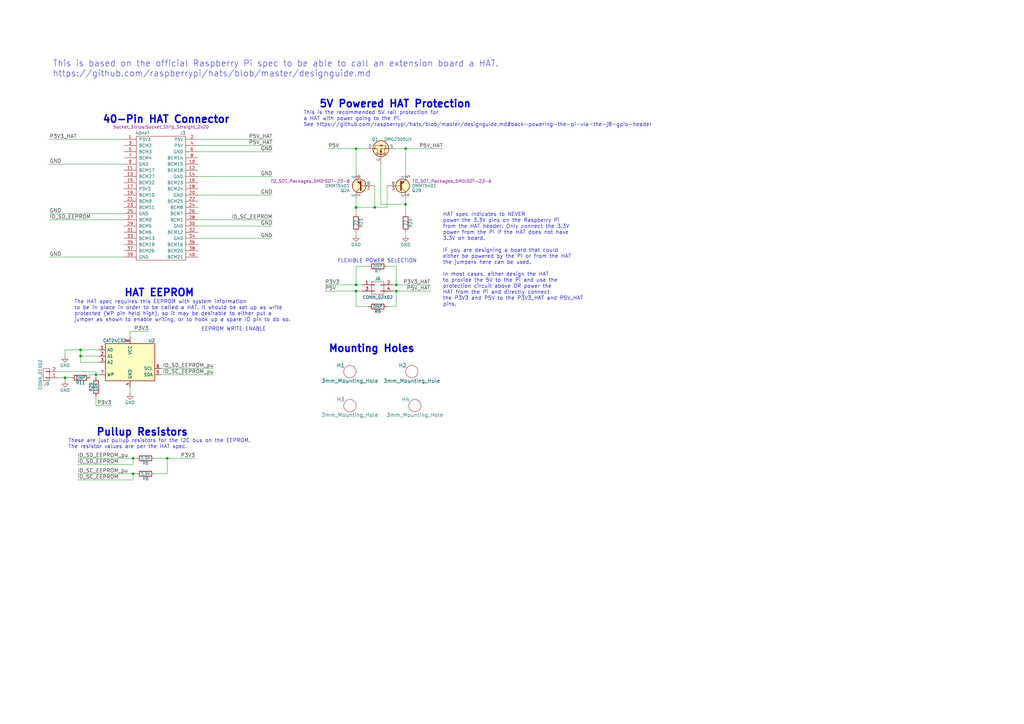
<source format=kicad_sch>
(kicad_sch (version 20230121) (generator eeschema)
  (paper "A3")
  (title_block (title "Raspberry Pi HAT") (rev "A"))
  (lib_symbols
    (symbol "raspberrrypi_hat-rescue:3mm_Mounting_Hole" (pin_numbers hide) (pin_names (offset 1.016) hide)
      (property "Reference" "H" (at -3.81 2.54 0))
      (property "Value" "3mm_Mounting_Hole" (at 0 -3.81 0))
      (symbol "3mm_Mounting_Hole_0_1"
        (circle (center 0 0) (radius 2.54))
      )
    )
    (symbol "raspberrrypi_hat-rescue:CONN_01X02" (pin_names (offset 1.016) hide)
      (property "Reference" "P" (at 0 3.81 0))
      (property "Value" "CONN_01X02" (at 2.54 0 90))
      (symbol "CONN_01X02_0_1"
        (rectangle (start -1.27 -1.143) (end 0.254 -1.397))
        (rectangle (start -1.27 1.397) (end 0.254 1.143))
        (rectangle (start -1.27 2.54) (end 1.27 -2.54))
      )
      (symbol "CONN_01X02_1_1"
        (pin passive line (at -5.08 1.27 0) (length 3.81) (name "P1") (number "1"))
        (pin passive line (at -5.08 -1.27 0) (length 3.81) (name "P2") (number "2"))
      )
    )
    (symbol "raspberrrypi_hat-rescue:CONN_02X02" (pin_names (offset 0.0254) hide)
      (property "Reference" "P" (at 0 3.81 0))
      (property "Value" "CONN_02X02" (at 0 -3.81 0))
      (symbol "CONN_02X02_0_1"
        (rectangle (start -2.54 -1.143) (end -1.27 -1.397))
        (rectangle (start -2.54 1.397) (end -1.27 1.143))
        (rectangle (start -2.54 2.54) (end 2.54 -2.54))
        (rectangle (start 1.27 -1.143) (end 2.54 -1.397))
        (rectangle (start 1.27 1.397) (end 2.54 1.143))
      )
      (symbol "CONN_02X02_1_1"
        (pin passive line (at -6.35 1.27 0) (length 3.81) (name "P1") (number "1"))
        (pin passive line (at 6.35 1.27 180) (length 3.81) (name "P2") (number "2"))
        (pin passive line (at -6.35 -1.27 0) (length 3.81) (name "P3") (number "3"))
        (pin passive line (at 6.35 -1.27 180) (length 3.81) (name "P4") (number "4"))
      )
    )
    (symbol "raspberrrypi_hat-rescue:GND" (power) (pin_names (offset 0))
      (property "Value" "GND" (at 0 -3.81 0))
      (symbol "GND_0_1"
        (polyline (pts (xy 0 0) (xy 0 -1.27) (xy 1.27 -1.27) (xy 0 -2.54) (xy -1.27 -1.27) (xy 0 -1.27)))
      )
      (symbol "GND_1_1"
        (pin power_in line (at 0 0 270) (length 0) hide (name "GND") (number "1"))
      )
    )
    (symbol "raspberrrypi_hat-rescue:OX40HAT" (pin_names (offset 1.016))
      (property "Reference" "J" (at 8.89 2.54 0))
      (property "Value" "OX40HAT" (at -7.62 2.54 0))
      (property "Footprint" "OX40_Module_Header" (at 0 5.08 0))
      (symbol "OX40HAT_0_1"
        (rectangle (start -10.16 1.27) (end 10.16 -49.53))
      )
      (symbol "OX40HAT_1_1"
        (pin bidirectional line (at -15.24 0 0) (length 5.08) (name "P3V3") (number "1"))
        (pin bidirectional line (at 15.24 -10.16 180) (length 5.08) (name "BCM15") (number "10"))
        (pin bidirectional line (at -15.24 -12.7 0) (length 5.08) (name "BCM17") (number "11"))
        (pin bidirectional line (at 15.24 -12.7 180) (length 5.08) (name "BCM18") (number "12"))
        (pin bidirectional line (at -15.24 -15.24 0) (length 5.08) (name "BCM27") (number "13"))
        (pin bidirectional line (at 15.24 -15.24 180) (length 5.08) (name "GND") (number "14"))
        (pin bidirectional line (at -15.24 -17.78 0) (length 5.08) (name "BCM22") (number "15"))
        (pin bidirectional line (at 15.24 -17.78 180) (length 5.08) (name "BCM23") (number "16"))
        (pin bidirectional line (at -15.24 -20.32 0) (length 5.08) (name "P3V3") (number "17"))
        (pin bidirectional line (at 15.24 -20.32 180) (length 5.08) (name "BCM24") (number "18"))
        (pin bidirectional line (at -15.24 -22.86 0) (length 5.08) (name "BCM10") (number "19"))
        (pin bidirectional line (at 15.24 0 180) (length 5.08) (name "P5V") (number "2"))
        (pin bidirectional line (at 15.24 -22.86 180) (length 5.08) (name "GND") (number "20"))
        (pin bidirectional line (at -15.24 -25.4 0) (length 5.08) (name "BCM9") (number "21"))
        (pin bidirectional line (at 15.24 -25.4 180) (length 5.08) (name "BCM25") (number "22"))
        (pin bidirectional line (at -15.24 -27.94 0) (length 5.08) (name "BCM11") (number "23"))
        (pin bidirectional line (at 15.24 -27.94 180) (length 5.08) (name "BCM8") (number "24"))
        (pin bidirectional line (at -15.24 -30.48 0) (length 5.08) (name "GND") (number "25"))
        (pin bidirectional line (at 15.24 -30.48 180) (length 5.08) (name "BCM7") (number "26"))
        (pin bidirectional line (at -15.24 -33.02 0) (length 5.08) (name "BCM0") (number "27"))
        (pin bidirectional line (at 15.24 -33.02 180) (length 5.08) (name "BCM1") (number "28"))
        (pin bidirectional line (at -15.24 -35.56 0) (length 5.08) (name "BCM5") (number "29"))
        (pin bidirectional line (at -15.24 -2.54 0) (length 5.08) (name "BCM2") (number "3"))
        (pin bidirectional line (at 15.24 -35.56 180) (length 5.08) (name "GND") (number "30"))
        (pin bidirectional line (at -15.24 -38.1 0) (length 5.08) (name "BCM6") (number "31"))
        (pin bidirectional line (at 15.24 -38.1 180) (length 5.08) (name "BCM12") (number "32"))
        (pin bidirectional line (at -15.24 -40.64 0) (length 5.08) (name "BCM13") (number "33"))
        (pin bidirectional line (at 15.24 -40.64 180) (length 5.08) (name "GND") (number "34"))
        (pin bidirectional line (at -15.24 -43.18 0) (length 5.08) (name "BCM19") (number "35"))
        (pin bidirectional line (at 15.24 -43.18 180) (length 5.08) (name "BCM16") (number "36"))
        (pin bidirectional line (at -15.24 -45.72 0) (length 5.08) (name "BCM26") (number "37"))
        (pin bidirectional line (at 15.24 -45.72 180) (length 5.08) (name "BCM20") (number "38"))
        (pin bidirectional line (at -15.24 -48.26 0) (length 5.08) (name "GND") (number "39"))
        (pin bidirectional line (at 15.24 -2.54 180) (length 5.08) (name "P5V") (number "4"))
        (pin bidirectional line (at 15.24 -48.26 180) (length 5.08) (name "BCM21") (number "40"))
        (pin bidirectional line (at -15.24 -5.08 0) (length 5.08) (name "BCM3") (number "5"))
        (pin bidirectional line (at 15.24 -5.08 180) (length 5.08) (name "GND") (number "6"))
        (pin bidirectional line (at -15.24 -7.62 0) (length 5.08) (name "BCM4") (number "7"))
        (pin bidirectional line (at 15.24 -7.62 180) (length 5.08) (name "BCM14") (number "8"))
        (pin bidirectional line (at -15.24 -10.16 0) (length 5.08) (name "GND") (number "9"))
      )
    )
    (symbol "raspberrrypi_hat-rescue:R" (pin_numbers hide) (pin_names (offset 0))
      (property "Reference" "R" (at 2.032 0 90))
      (property "Value" "R" (at 0 0 90))
      (symbol "R_0_1"
        (rectangle (start -1.016 -2.54) (end 1.016 2.54) (stroke (width 0.254)))
      )
      (symbol "R_1_1"
        (pin passive line (at 0 3.81 270) (length 1.27) (name "~") (number "1"))
        (pin passive line (at 0 -3.81 90) (length 1.27) (name "~") (number "2"))
      )
    )
    (symbol "raspberrypi_hat:CAT24C32" (pin_names (offset 0.762))
      (property "Reference" "U" (at -8.89 8.89 0))
      (property "Value" "CAT24C32" (at 6.35 8.89 0))
      (symbol "CAT24C32_0_0"
        (pin power_in line (at 0 -10.16 90) (length 2.54) (name "GND") (number "4"))
        (pin power_in line (at 0 10.16 270) (length 2.54) (name "VCC") (number "8"))
      )
      (symbol "CAT24C32_1_1"
        (rectangle (start -10.16 -7.62) (end 10.16 7.62) (stroke (width 0.254)) (fill (type background)))
        (pin input line (at -12.7 5.08 0) (length 2.54) (name "A0") (number "1"))
        (pin input line (at -12.7 2.54 0) (length 2.54) (name "A1") (number "2"))
        (pin input line (at -12.7 0 0) (length 2.54) (name "A2") (number "3"))
        (pin bidirectional line (at 12.7 -5.08 180) (length 2.54) (name "SDA") (number "5"))
        (pin input line (at 12.7 -2.54 180) (length 2.54) (name "SCL") (number "6"))
        (pin input line (at -12.7 -5.08 0) (length 2.54) (name "WP") (number "7"))
      )
    )
    (symbol "raspberrypi_hat:DMG2305UX" (pin_numbers hide) (pin_names (offset 0))
      (property "Reference" "Q" (at -2.54 3.81 0))
      (property "Value" "DMG2305UX" (at 12.7 3.81 0))
      (symbol "DMG2305UX_0_1"
        (polyline (pts (xy -2.54 0) (xy -2.286 0)) (stroke (width 0.254)))
        (polyline (pts (xy -1.778 -1.524) (xy 0 -1.524)))
        (polyline (pts (xy -1.778 -1.016) (xy -1.778 -2.032)))
        (polyline (pts (xy -1.778 0) (xy 0 0)))
        (polyline (pts (xy -1.778 0.508) (xy -1.778 -0.508)))
        (polyline (pts (xy -1.778 1.397) (xy 0 1.397)))
        (polyline (pts (xy -1.778 1.905) (xy -1.778 0.889)))
        (polyline (pts (xy 0 -2.032) (xy 0 -2.921)))
        (polyline (pts (xy 0 -1.778) (xy 0 0)))
        (polyline (pts (xy 0 -1.27) (xy 0 -2.032)))
        (polyline (pts (xy 0 1.524) (xy 0 2.794)))
        (polyline (pts (xy 0 2.159) (xy 0 1.397)))
        (polyline (pts (xy 0.889 -0.5334) (xy 1.6764 -0.508)))
        (polyline (pts (xy -2.286 1.778) (xy -2.286 -1.905) (xy -2.286 -1.397) (xy -2.286 -1.651)) (stroke (width 0.254)))
        (polyline (pts (xy -0.381 0) (xy -1.397 0.381) (xy -1.397 -0.381) (xy -0.381 0)) (fill (type outline)))
        (polyline (pts (xy 1.27 -0.4572) (xy 0.9906 0.1524) (xy 1.524 0.1524) (xy 1.2446 -0.4572)) (fill (type outline)))
        (polyline (pts (xy 0 2.54) (xy 1.27 2.54) (xy 1.27 0.508) (xy 1.27 -2.032) (xy 0 -2.032)))
        (circle (center 0 0) (radius 3.2512) (stroke (width 0.254)) (fill (type background)))
        (circle (center 0.0254 -2.032) (radius 0.1524) (fill (type outline)))
        (circle (center 0.0254 2.54) (radius 0.1778) (fill (type outline)))
      )
      (symbol "DMG2305UX_1_1"
        (pin input line (at -6.35 0 0) (length 3.81) (name "G") (number "1"))
        (pin passive line (at 0 -6.35 90) (length 3.81) (name "S") (number "2"))
        (pin passive line (at 0 6.35 270) (length 3.81) (name "D") (number "3"))
      )
    )
    (symbol "raspberrypi_hat:DMMT5401" (pin_names (offset 0))
      (property "Reference" "Q" (at 5.08 1.905 0))
      (property "Value" "DMMT5401" (at 5.08 0 0))
      (property "Footprint" "SOT-26" (at 5.08 -1.905 0))
      (symbol "DMMT5401_0_1"
        (polyline (pts (xy 0 0) (xy 0.635 0)))
        (polyline (pts (xy 2.54 -2.54) (xy 0.635 -0.635)))
        (polyline (pts (xy 2.54 2.54) (xy 0.635 0.635)))
        (polyline (pts (xy 0.635 1.905) (xy 0.635 -1.905) (xy 0.635 -1.905)) (stroke (width 0.508)) (fill (type outline)))
        (polyline (pts (xy 1.397 -1.905) (xy 1.905 -1.397) (xy 0.889 -0.889) (xy 1.397 -1.905) (xy 1.397 -1.905)) (fill (type outline)))
        (circle (center 1.27 0) (radius 2.8194) (stroke (width 0.254)) (fill (type background)))
      )
      (symbol "DMMT5401_1_1"
        (pin passive line (at 2.54 5.08 270) (length 2.54) (name "C") (number "1"))
        (pin input line (at -5.08 0 0) (length 5.08) (name "B") (number "2"))
        (pin passive line (at 2.54 -5.08 90) (length 2.54) (name "E") (number "6"))
      )
      (symbol "DMMT5401_2_1"
        (pin input line (at -5.08 0 0) (length 5.08) (name "B") (number "3"))
        (pin passive line (at 2.54 5.08 270) (length 2.54) (name "C") (number "4"))
        (pin passive line (at 2.54 -5.08 90) (length 2.54) (name "E") (number "5"))
      )
    )
  )
  (junction (at 68.58 187.96))
  (junction (at 146.05 116.84))
  (junction (at 146.05 119.38))
  (junction (at 146.05 60.96))
  (junction (at 33.02 143.51))
  (junction (at 39.37 153.67))
  (junction (at 54.61 187.96))
  (junction (at 166.37 60.96))
  (junction (at 162.56 116.84))
  (junction (at 166.37 83.82))
  (junction (at 162.56 119.38))
  (junction (at 33.02 146.05))
  (junction (at 146.05 85.09))
  (junction (at 54.61 194.31))
  (junction (at 153.67 85.09))
  (junction (at 26.67 154.94))
  (wire (pts (xy 36.83 153.67) (xy 39.37 153.67)))
  (wire (pts (xy 50.8 57.15) (xy 20.32 57.15)))
  (wire (pts (xy 26.67 156.21) (xy 26.67 154.94)))
  (wire (pts (xy 66.04 151.13) (xy 87.63 151.13)))
  (wire (pts (xy 68.58 194.31) (xy 68.58 187.96)))
  (wire (pts (xy 53.34 135.89) (xy 53.34 138.43)))
  (wire (pts (xy 162.56 119.38) (xy 176.53 119.38)))
  (wire (pts (xy 50.8 87.63) (xy 20.32 87.63)))
  (wire (pts (xy 26.67 143.51) (xy 26.67 146.05)))
  (wire (pts (xy 81.28 57.15) (xy 111.76 57.15)))
  (wire (pts (xy 54.61 190.5) (xy 54.61 187.96)))
  (wire (pts (xy 81.28 90.17) (xy 111.76 90.17)))
  (wire (pts (xy 81.28 80.01) (xy 111.76 80.01)))
  (wire (pts (xy 39.37 153.67) (xy 40.64 153.67)))
  (wire (pts (xy 146.05 60.96) (xy 149.86 60.96)))
  (wire (pts (xy 54.61 196.85) (xy 31.75 196.85)))
  (wire (pts (xy 54.61 194.31) (xy 55.88 194.31)))
  (wire (pts (xy 87.63 153.67) (xy 66.04 153.67)))
  (wire (pts (xy 166.37 83.82) (xy 166.37 87.63)))
  (wire (pts (xy 39.37 153.67) (xy 39.37 154.94)))
  (wire (pts (xy 54.61 196.85) (xy 54.61 194.31)))
  (wire (pts (xy 146.05 96.52) (xy 146.05 95.25)))
  (wire (pts (xy 162.56 116.84) (xy 162.56 109.22)))
  (wire (pts (xy 26.67 143.51) (xy 33.02 143.51)))
  (wire (pts (xy 31.75 194.31) (xy 54.61 194.31)))
  (wire (pts (xy 162.56 109.22) (xy 158.75 109.22)))
  (wire (pts (xy 158.75 85.09) (xy 158.75 76.2)))
  (wire (pts (xy 50.8 90.17) (xy 20.32 90.17)))
  (wire (pts (xy 161.29 119.38) (xy 162.56 119.38)))
  (wire (pts (xy 156.21 83.82) (xy 166.37 83.82)))
  (wire (pts (xy 146.05 116.84) (xy 148.59 116.84)))
  (wire (pts (xy 81.28 72.39) (xy 111.76 72.39)))
  (wire (pts (xy 81.28 97.79) (xy 111.76 97.79)))
  (wire (pts (xy 146.05 85.09) (xy 153.67 85.09)))
  (wire (pts (xy 146.05 119.38) (xy 148.59 119.38)))
  (wire (pts (xy 68.58 194.31) (xy 63.5 194.31)))
  (wire (pts (xy 158.75 125.73) (xy 162.56 125.73)))
  (wire (pts (xy 153.67 85.09) (xy 158.75 85.09)))
  (wire (pts (xy 153.67 76.2) (xy 153.67 85.09)))
  (wire (pts (xy 151.13 109.22) (xy 146.05 109.22)))
  (wire (pts (xy 50.8 105.41) (xy 20.32 105.41)))
  (wire (pts (xy 33.02 143.51) (xy 40.64 143.51)))
  (wire (pts (xy 146.05 119.38) (xy 146.05 125.73)))
  (wire (pts (xy 81.28 92.71) (xy 111.76 92.71)))
  (wire (pts (xy 162.56 116.84) (xy 176.53 116.84)))
  (wire (pts (xy 146.05 85.09) (xy 146.05 87.63)))
  (wire (pts (xy 146.05 81.28) (xy 146.05 85.09)))
  (wire (pts (xy 161.29 116.84) (xy 162.56 116.84)))
  (wire (pts (xy 166.37 81.28) (xy 166.37 83.82)))
  (wire (pts (xy 33.02 148.59) (xy 40.64 148.59)))
  (wire (pts (xy 53.34 135.89) (xy 60.96 135.89)))
  (wire (pts (xy 133.35 119.38) (xy 146.05 119.38)))
  (wire (pts (xy 166.37 71.12) (xy 166.37 60.96)))
  (wire (pts (xy 166.37 60.96) (xy 181.61 60.96)))
  (wire (pts (xy 162.56 125.73) (xy 162.56 119.38)))
  (wire (pts (xy 53.34 158.75) (xy 53.34 161.29)))
  (wire (pts (xy 162.56 60.96) (xy 166.37 60.96)))
  (wire (pts (xy 81.28 59.69) (xy 111.76 59.69)))
  (wire (pts (xy 63.5 187.96) (xy 68.58 187.96)))
  (wire (pts (xy 24.13 152.4) (xy 39.37 152.4)))
  (wire (pts (xy 40.64 146.05) (xy 33.02 146.05)))
  (wire (pts (xy 39.37 152.4) (xy 39.37 153.67)))
  (wire (pts (xy 45.72 166.37) (xy 39.37 166.37)))
  (wire (pts (xy 54.61 190.5) (xy 31.75 190.5)))
  (wire (pts (xy 33.02 146.05) (xy 33.02 148.59)))
  (wire (pts (xy 39.37 166.37) (xy 39.37 162.56)))
  (wire (pts (xy 146.05 125.73) (xy 151.13 125.73)))
  (wire (pts (xy 26.67 154.94) (xy 29.21 154.94)))
  (wire (pts (xy 146.05 109.22) (xy 146.05 116.84)))
  (wire (pts (xy 50.8 67.31) (xy 20.32 67.31)))
  (wire (pts (xy 156.21 67.31) (xy 156.21 83.82)))
  (wire (pts (xy 24.13 154.94) (xy 26.67 154.94)))
  (wire (pts (xy 68.58 187.96) (xy 80.01 187.96)))
  (wire (pts (xy 133.35 116.84) (xy 146.05 116.84)))
  (wire (pts (xy 36.83 153.67) (xy 36.83 154.94)))
  (wire (pts (xy 81.28 62.23) (xy 111.76 62.23)))
  (wire (pts (xy 134.62 60.96) (xy 146.05 60.96)))
  (wire (pts (xy 166.37 96.52) (xy 166.37 95.25)))
  (wire (pts (xy 33.02 143.51) (xy 33.02 146.05)))
  (wire (pts (xy 146.05 71.12) (xy 146.05 60.96)))
  (wire (pts (xy 54.61 187.96) (xy 55.88 187.96)))
  (wire (pts (xy 31.75 187.96) (xy 54.61 187.96)))
  (text "This is based on the official Raspberry Pi spec to be able to call an extension board a HAT.\nhttps://github.com/raspberrypi/hats/blob/master/designguide.md" (at 21.59 31.75 0) (effects (font (size 2.54 2.54)) (justify left bottom)))
  (text "FLEXIBLE POWER SELECTION" (at 138.43 107.95 0) (effects (font (size 1.524 1.524)) (justify left bottom)))
  (text "EEPROM WRITE ENABLE" (at 82.55 135.89 0) (effects (font (size 1.524 1.524)) (justify left bottom)))
  (text "These are just pullup resistors for the I2C bus on the EEPROM.\nThe resistor values are per the HAT spec." (at 27.94 184.15 0) (effects (font (size 1.524 1.524)) (justify left bottom)))
  (text "Mounting Holes" (at 134.62 144.78 0) (effects (font (size 2.9972 2.9972) (thickness 0.5994) bold) (justify left bottom)))
  (text "5V Powered HAT Protection" (at 130.81 44.45 0) (effects (font (size 2.9972 2.9972) (thickness 0.5994) bold) (justify left bottom)))
  (text "HAT spec indicates to NEVER\npower the 3.3V pins on the Raspberry Pi \nfrom the HAT header. Only connect the 3.3V\npower from the Pi if the HAT does not have\n3.3V on board.\n\nIF you are designing a board that could\neither be powered by the Pi or from the HAT\nthe jumpers here can be used.\n\nIn most cases, either design the HAT \nto provide the 5V to the Pi and use the\nprotection circuit above OR power the\nHAT from the Pi and directly connect\nthe P3V3 and P5V to the P3V3_HAT and P5V_HAT\npins." (at 181.61 125.73 0) (effects (font (size 1.524 1.524)) (justify left bottom)))
  (text "HAT EEPROM" (at 50.8 121.92 0) (effects (font (size 2.9972 2.9972) (thickness 0.5994) bold) (justify left bottom)))
  (text "40-Pin HAT Connector" (at 41.91 50.8 0) (effects (font (size 2.9972 2.9972) (thickness 0.5994) bold) (justify left bottom)))
  (text "This is the recommended 5V rail protection for \na HAT with power going to the Pi.\nSee https://github.com/raspberrypi/hats/blob/master/designguide.md#back-powering-the-pi-via-the-j8-gpio-header" (at 124.46 52.07 0) (effects (font (size 1.524 1.524)) (justify left bottom)))
  (text "The HAT spec requires this EEPROM with system information\nto be in place in order to be called a HAT. It should be set up as write\nprotected (WP pin held high), so it may be desirable to either put a \njumper as shown to enable writing, or to hook up a spare IO pin to do so." (at 30.48 132.08 0) (effects (font (size 1.524 1.524)) (justify left bottom)))
  (text "Pullup Resistors" (at 39.37 179.07 0) (effects (font (size 2.9972 2.9972) (thickness 0.5994) bold) (justify left bottom)))
  (label "P5V_HAT" (at 176.53 119.38 180) (effects (font (size 1.524 1.524))))
  (label "GND" (at 111.76 80.01 180) (effects (font (size 1.524 1.524))))
  (label "P3V3" (at 133.35 116.84 0) (effects (font (size 1.524 1.524))))
  (label "P5V_HAT" (at 181.61 60.96 180) (effects (font (size 1.524 1.524))))
  (label "ID_SC_EEPROM" (at 31.75 196.85 0) (effects (font (size 1.524 1.524))))
  (label "P5V" (at 133.35 119.38 0) (effects (font (size 1.524 1.524))))
  (label "P5V" (at 134.62 60.96 0) (effects (font (size 1.524 1.524))))
  (label "P3V3_HAT" (at 20.32 57.15 0) (effects (font (size 1.524 1.524))))
  (label "P3V3" (at 45.72 166.37 180) (effects (font (size 1.524 1.524))))
  (label "ID_SC_EEPROM_pu" (at 87.63 153.67 180) (effects (font (size 1.524 1.524))))
  (label "ID_SD_EEPROM" (at 31.75 190.5 0) (effects (font (size 1.524 1.524))))
  (label "GND" (at 111.76 97.79 180) (effects (font (size 1.524 1.524))))
  (label "P3V3_HAT" (at 176.53 116.84 180) (effects (font (size 1.524 1.524))))
  (label "GND" (at 111.76 62.23 180) (effects (font (size 1.524 1.524))))
  (label "GND" (at 20.32 67.31 0) (effects (font (size 1.524 1.524))))
  (label "GND" (at 20.32 105.41 0) (effects (font (size 1.524 1.524))))
  (label "ID_SD_EEPROM_pu" (at 87.63 151.13 180) (effects (font (size 1.524 1.524))))
  (label "GND" (at 111.76 72.39 180) (effects (font (size 1.524 1.524))))
  (label "P5V_HAT" (at 111.76 59.69 180) (effects (font (size 1.524 1.524))))
  (label "P5V_HAT" (at 111.76 57.15 180) (effects (font (size 1.524 1.524))))
  (label "GND" (at 111.76 92.71 180) (effects (font (size 1.524 1.524))))
  (label "ID_SC_EEPROM" (at 111.76 90.17 180) (effects (font (size 1.524 1.524))))
  (label "GND" (at 20.32 87.63 0) (effects (font (size 1.524 1.524))))
  (label "ID_SD_EEPROM" (at 20.32 90.17 0) (effects (font (size 1.524 1.524))))
  (label "P3V3" (at 60.96 135.89 180) (effects (font (size 1.524 1.524))))
  (label "P3V3" (at 80.01 187.96 180) (effects (font (size 1.524 1.524))))
  (label "ID_SC_EEPROM_pu" (at 31.75 194.31 0) (effects (font (size 1.524 1.524))))
  (label "ID_SD_EEPROM_pu" (at 31.75 187.96 0) (effects (font (size 1.524 1.524))))
  (symbol (lib_id "raspberrrypi_hat-rescue:3mm_Mounting_Hole") (at 143.51 152.4 0) (unit 1)
    (property "Reference" "H1" (at 139.7 149.86 0) (effects (font (size 1.524 1.524))))
    (property "Value" "3mm_Mounting_Hole" (at 143.51 156.21 0) (effects (font (size 1.524 1.524))))
    (property "Footprint" "project_footprints:NPTH_3mm_ID" (effects hide))
  )
  (symbol (lib_id "raspberrrypi_hat-rescue:3mm_Mounting_Hole") (at 168.91 152.4 0) (unit 1)
    (property "Reference" "H2" (at 165.1 149.86 0) (effects (font (size 1.524 1.524))))
    (property "Value" "3mm_Mounting_Hole" (at 168.91 156.21 0) (effects (font (size 1.524 1.524))))
    (property "Footprint" "project_footprints:NPTH_3mm_ID" (effects hide))
  )
  (symbol (lib_id "raspberrrypi_hat-rescue:3mm_Mounting_Hole") (at 143.51 166.37 0) (unit 1)
    (property "Reference" "H3" (at 139.7 163.83 0) (effects (font (size 1.524 1.524))))
    (property "Value" "3mm_Mounting_Hole" (at 143.51 170.18 0) (effects (font (size 1.524 1.524))))
    (property "Footprint" "project_footprints:NPTH_3mm_ID" (effects hide))
  )
  (symbol (lib_id "raspberrrypi_hat-rescue:3mm_Mounting_Hole") (at 170.18 166.37 0) (unit 1)
    (property "Reference" "H4" (at 166.37 163.83 0) (effects (font (size 1.524 1.524))))
    (property "Value" "3mm_Mounting_Hole" (at 170.18 170.18 0) (effects (font (size 1.524 1.524))))
    (property "Footprint" "project_footprints:NPTH_3mm_ID" (effects hide))
  )
  (symbol (lib_id "raspberrrypi_hat-rescue:OX40HAT") (at 66.04 57.15 0) (unit 1)
    (property "Reference" "J3" (at 74.93 54.61 0))
    (property "Value" "40HAT" (at 58.42 54.61 0))
    (property "Footprint" "Socket_Strips:Socket_Strip_Straight_2x20" (at 66.04 52.07 0))
  )
  (symbol (lib_id "raspberrrypi_hat-rescue:CONN_02X02") (at 154.94 118.11 0) (unit 1)
    (property "Reference" "J6" (at 154.94 114.3 0))
    (property "Value" "CONN_02X02" (at 154.94 121.92 0))
    (property "Footprint" "Pin_Headers:Pin_Header_Straight_2x02" (effects hide))
  )
  (symbol (lib_id "raspberrypi_hat:DMG2305UX") (at 156.21 60.96 90) (unit 1)
    (property "Reference" "Q1" (at 152.4 57.15 90) (effects (justify right)))
    (property "Value" "DMG2305UX" (at 157.48 57.15 90) (effects (justify right)))
    (property "Footprint" "TO_SOT_Packages_SMD:SOT-23" (effects hide))
  )
  (symbol (lib_id "raspberrypi_hat:DMMT5401") (at 148.59 76.2 180) (unit 1)
    (property "Reference" "Q2" (at 143.51 78.105 0) (effects (justify left)))
    (property "Value" "DMMT5401" (at 143.51 76.2 0) (effects (justify left)))
    (property "Footprint" "TO_SOT_Packages_SMD:SOT-23-6" (at 143.51 74.295 0) (effects (font italic) (justify left)))
  )
  (symbol (lib_id "raspberrypi_hat:DMMT5401") (at 163.83 76.2 0) (mirror x) (unit 2)
    (property "Reference" "Q2" (at 168.91 78.105 0) (effects (justify left)))
    (property "Value" "DMMT5401" (at 168.91 76.2 0) (effects (justify left)))
    (property "Footprint" "TO_SOT_Packages_SMD:SOT-23-6" (at 168.91 74.295 0) (effects (font italic) (justify left)))
  )
  (symbol (lib_id "raspberrrypi_hat-rescue:R") (at 146.05 91.44 0) (unit 1)
    (property "Reference" "R23" (at 148.082 91.44 90))
    (property "Value" "22" (at 146.05 91.44 90))
    (property "Footprint" "Resistors_SMD:R_0603_HandSoldering" (effects hide))
    (property "MFR" "Yageo" (effects hide))
    (property "MPN" "RC0402JR-0722RL" (effects hide))
    (property "SPR" "Digikey" (effects hide))
    (property "SPN" "311-22JRCT-ND" (effects hide))
  )
  (symbol (lib_id "raspberrrypi_hat-rescue:R") (at 166.37 91.44 0) (unit 1)
    (property "Reference" "R24" (at 168.402 91.44 90))
    (property "Value" "22" (at 166.37 91.44 90))
    (property "Footprint" "Resistors_SMD:R_0603_HandSoldering" (effects hide))
    (property "MFR" "Yageo" (effects hide))
    (property "MPN" "RC0402JR-0722RL" (effects hide))
    (property "SPR" "Digikey" (effects hide))
    (property "SPN" "311-22JRCT-ND" (effects hide))
  )
  (symbol (lib_id "raspberrrypi_hat-rescue:GND") (at 146.05 96.52 0) (unit 1)
    (property "Reference" "#PWR01" (effects hide))
    (property "Value" "GND" (at 146.05 100.33 0))
  )
  (symbol (lib_id "raspberrrypi_hat-rescue:GND") (at 166.37 96.52 0) (unit 1)
    (property "Reference" "#PWR02" (effects hide))
    (property "Value" "GND" (at 166.37 100.33 0))
  )
  (symbol (lib_id "raspberrypi_hat:CAT24C32") (at 53.34 148.59 0) (unit 1)
    (property "Reference" "U2" (at 62.23 139.7 0))
    (property "Value" "CAT24C32" (at 46.99 139.7 0))
    (property "Footprint" "Housings_SOIC:SOIC-8_3.9x4.9mm_Pitch1.27mm" (effects hide))
  )
  (symbol (lib_id "raspberrrypi_hat-rescue:R") (at 59.69 187.96 270) (unit 1)
    (property "Reference" "R6" (at 59.69 189.992 90))
    (property "Value" "3.9K" (at 59.69 187.96 90))
    (property "Footprint" "Resistors_SMD:R_0603_HandSoldering" (effects hide))
    (property "MFR" "Yageo" (effects hide))
    (property "MPN" "RC0402JR-0722RL" (effects hide))
    (property "SPR" "Digikey" (effects hide))
    (property "SPN" "311-22JRCT-ND" (effects hide))
  )
  (symbol (lib_id "raspberrrypi_hat-rescue:R") (at 59.69 194.31 270) (unit 1)
    (property "Reference" "R8" (at 59.69 196.342 90))
    (property "Value" "3.9K" (at 59.69 194.31 90))
    (property "Footprint" "Resistors_SMD:R_0603_HandSoldering" (effects hide))
    (property "MFR" "Yageo" (effects hide))
    (property "MPN" "RC0402JR-0722RL" (effects hide))
    (property "SPR" "Digikey" (effects hide))
    (property "SPN" "311-22JRCT-ND" (effects hide))
  )
  (symbol (lib_id "raspberrrypi_hat-rescue:CONN_01X02") (at 19.05 153.67 180) (unit 1)
    (property "Reference" "J9" (at 19.05 157.48 0))
    (property "Value" "CONN_01X02" (at 16.51 153.67 90))
    (property "Footprint" "Pin_Headers:Pin_Header_Straight_1x02" (effects hide))
  )
  (symbol (lib_id "raspberrrypi_hat-rescue:R") (at 39.37 158.75 180) (unit 1)
    (property "Reference" "R29" (at 37.338 158.75 90))
    (property "Value" "10K" (at 39.37 158.75 90))
    (property "Footprint" "Resistors_SMD:R_0603_HandSoldering" (effects hide))
    (property "MFR" "Yageo" (effects hide))
    (property "MPN" "RC0402JR-0722RL" (effects hide))
    (property "SPR" "Digikey" (effects hide))
    (property "SPN" "311-22JRCT-ND" (effects hide))
  )
  (symbol (lib_id "raspberrrypi_hat-rescue:GND") (at 26.67 146.05 0) (unit 1)
    (property "Reference" "#PWR03" (effects hide))
    (property "Value" "GND" (at 26.67 149.86 0))
  )
  (symbol (lib_id "raspberrrypi_hat-rescue:GND") (at 26.67 156.21 0) (unit 1)
    (property "Reference" "#PWR04" (effects hide))
    (property "Value" "GND" (at 26.67 160.02 0))
  )
  (symbol (lib_id "raspberrrypi_hat-rescue:R") (at 154.94 109.22 270) (unit 1)
    (property "Reference" "R7" (at 154.94 111.252 90))
    (property "Value" "DNP" (at 154.94 109.22 90))
    (property "Footprint" "Resistors_SMD:R_0805_HandSoldering" (effects hide))
    (property "MFR" "Yageo" (effects hide))
    (property "MPN" "RC0402JR-0722RL" (effects hide))
    (property "SPR" "Digikey" (effects hide))
    (property "SPN" "311-22JRCT-ND" (effects hide))
  )
  (symbol (lib_id "raspberrrypi_hat-rescue:R") (at 154.94 125.73 270) (unit 1)
    (property "Reference" "R9" (at 154.94 127.762 90))
    (property "Value" "DNP" (at 154.94 125.73 90))
    (property "Footprint" "Resistors_SMD:R_0805_HandSoldering" (effects hide))
    (property "MFR" "Yageo" (effects hide))
    (property "MPN" "RC0402JR-0722RL" (effects hide))
    (property "SPR" "Digikey" (effects hide))
    (property "SPN" "311-22JRCT-ND" (effects hide))
  )
  (symbol (lib_id "raspberrrypi_hat-rescue:R") (at 33.02 154.94 270) (unit 1)
    (property "Reference" "R11" (at 33.02 156.972 90))
    (property "Value" "DNP" (at 33.02 154.94 90))
    (property "Footprint" "Resistors_SMD:R_0805_HandSoldering" (effects hide))
    (property "MFR" "Yageo" (effects hide))
    (property "MPN" "RC0402JR-0722RL" (effects hide))
    (property "SPR" "Digikey" (effects hide))
    (property "SPN" "311-22JRCT-ND" (effects hide))
  )
  (symbol (lib_id "raspberrrypi_hat-rescue:GND") (at 53.34 161.29 0) (unit 1)
    (property "Reference" "#PWR05" (effects hide))
    (property "Value" "GND" (at 53.34 165.1 0))
  )
)
</source>
